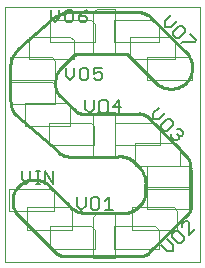
<source format=gto>
G75*
%MOIN*%
%OFA0B0*%
%FSLAX24Y24*%
%IPPOS*%
%LPD*%
%AMOC8*
5,1,8,0,0,1.08239X$1,22.5*
%
%ADD10C,0.0000*%
%ADD11C,0.0100*%
%ADD12C,0.0040*%
%ADD13C,0.0080*%
D10*
X002392Y002517D02*
X002392Y011017D01*
X008892Y011017D01*
X008892Y002517D01*
X002392Y002517D01*
D11*
X002767Y004142D02*
X004075Y002834D01*
X004387Y002704D02*
X006896Y002704D01*
X007209Y002834D02*
X008521Y004146D01*
X008579Y004286D02*
X008579Y005637D01*
X008399Y006072D02*
X007115Y007356D01*
X006877Y007454D02*
X004939Y007454D01*
X004752Y007532D02*
X004173Y008111D01*
X004079Y008336D02*
X004079Y008578D01*
X004212Y008900D02*
X004701Y009388D01*
X004860Y009454D02*
X006344Y009454D01*
X006532Y009377D02*
X007392Y008517D01*
X007428Y008479D01*
X007467Y008444D01*
X007509Y008412D01*
X007552Y008383D01*
X007598Y008358D01*
X007645Y008336D01*
X007694Y008317D01*
X007744Y008302D01*
X007795Y008291D01*
X007847Y008283D01*
X007899Y008279D01*
X007951Y008280D01*
X008004Y008283D01*
X008055Y008291D01*
X008106Y008303D01*
X008156Y008318D01*
X008205Y008337D01*
X008252Y008359D01*
X008298Y008385D01*
X008341Y008414D01*
X008383Y008446D01*
X008422Y008481D01*
X008458Y008519D01*
X008491Y008559D01*
X008521Y008602D01*
X008548Y008646D01*
X008572Y008693D01*
X008592Y008741D01*
X008609Y008791D01*
X008622Y008841D01*
X008631Y008893D01*
X008636Y008945D01*
X008638Y008997D01*
X008636Y009049D01*
X008630Y009101D01*
X008620Y009153D01*
X008606Y009203D01*
X008589Y009253D01*
X008568Y009301D01*
X008544Y009347D01*
X008517Y009391D01*
X008517Y009392D02*
X007245Y010663D01*
X006845Y010829D02*
X004542Y010829D01*
X003965Y010590D02*
X002878Y009628D01*
X002579Y009084D02*
X002579Y007880D01*
X002767Y007392D02*
X004149Y006196D01*
X004517Y006017D02*
X006142Y006017D01*
X006642Y005892D02*
X006892Y005642D01*
X007079Y005072D02*
X007079Y004880D01*
X007080Y004880D02*
X007079Y004831D01*
X007075Y004783D01*
X007068Y004734D01*
X007057Y004687D01*
X007043Y004640D01*
X007025Y004594D01*
X007005Y004550D01*
X006981Y004507D01*
X006954Y004467D01*
X006925Y004428D01*
X006892Y004391D01*
X006392Y004142D02*
X005017Y004142D01*
X004517Y004392D02*
X003892Y005017D01*
X003892Y005016D02*
X003856Y005054D01*
X003817Y005089D01*
X003775Y005121D01*
X003732Y005150D01*
X003686Y005175D01*
X003639Y005197D01*
X003590Y005216D01*
X003540Y005231D01*
X003489Y005242D01*
X003437Y005250D01*
X003385Y005254D01*
X003333Y005253D01*
X003280Y005250D01*
X003229Y005242D01*
X003178Y005230D01*
X003128Y005215D01*
X003079Y005196D01*
X003032Y005174D01*
X002986Y005148D01*
X002943Y005119D01*
X002901Y005087D01*
X002862Y005052D01*
X002826Y005014D01*
X002793Y004974D01*
X002763Y004931D01*
X002736Y004887D01*
X002712Y004840D01*
X002692Y004792D01*
X002675Y004742D01*
X002662Y004692D01*
X002653Y004640D01*
X002648Y004588D01*
X002646Y004536D01*
X002648Y004484D01*
X002654Y004432D01*
X002664Y004380D01*
X002678Y004330D01*
X002695Y004280D01*
X002716Y004232D01*
X002740Y004186D01*
X002767Y004142D01*
X004074Y002833D02*
X004103Y002807D01*
X004133Y002784D01*
X004166Y002763D01*
X004200Y002745D01*
X004236Y002731D01*
X004273Y002719D01*
X004310Y002711D01*
X004348Y002706D01*
X004387Y002704D01*
X005016Y004142D02*
X004964Y004147D01*
X004913Y004157D01*
X004863Y004169D01*
X004813Y004186D01*
X004765Y004206D01*
X004718Y004229D01*
X004674Y004256D01*
X004631Y004285D01*
X004590Y004318D01*
X004552Y004354D01*
X004517Y004392D01*
X007079Y005073D02*
X007081Y005128D01*
X007079Y005184D01*
X007073Y005240D01*
X007064Y005295D01*
X007050Y005349D01*
X007033Y005402D01*
X007011Y005454D01*
X006986Y005504D01*
X006958Y005552D01*
X006926Y005598D01*
X006891Y005642D01*
X006642Y005892D02*
X006602Y005919D01*
X006561Y005943D01*
X006518Y005965D01*
X006473Y005983D01*
X006427Y005998D01*
X006381Y006009D01*
X006333Y006018D01*
X006286Y006023D01*
X006238Y006024D01*
X006190Y006022D01*
X006142Y006017D01*
X006877Y007455D02*
X006910Y007453D01*
X006943Y007449D01*
X006975Y007440D01*
X007006Y007429D01*
X007036Y007415D01*
X007064Y007398D01*
X007091Y007379D01*
X007115Y007356D01*
X008400Y006073D02*
X008432Y006037D01*
X008462Y005999D01*
X008489Y005959D01*
X008513Y005917D01*
X008533Y005873D01*
X008550Y005827D01*
X008563Y005781D01*
X008572Y005733D01*
X008578Y005685D01*
X008580Y005637D01*
X008580Y004286D02*
X008578Y004260D01*
X008573Y004235D01*
X008565Y004210D01*
X008553Y004187D01*
X008539Y004165D01*
X008522Y004146D01*
X007209Y002833D02*
X007180Y002807D01*
X007150Y002784D01*
X007117Y002763D01*
X007083Y002745D01*
X007047Y002731D01*
X007010Y002719D01*
X006973Y002711D01*
X006935Y002706D01*
X006896Y002704D01*
X006392Y004141D02*
X006440Y004144D01*
X006487Y004151D01*
X006535Y004161D01*
X006581Y004174D01*
X006626Y004191D01*
X006670Y004211D01*
X006712Y004234D01*
X006752Y004260D01*
X006791Y004289D01*
X006827Y004321D01*
X006861Y004355D01*
X006892Y004391D01*
X004517Y006017D02*
X004475Y006021D01*
X004434Y006029D01*
X004393Y006040D01*
X004354Y006053D01*
X004315Y006070D01*
X004278Y006090D01*
X004243Y006113D01*
X004210Y006138D01*
X004179Y006166D01*
X004150Y006197D01*
X004752Y007532D02*
X004774Y007512D01*
X004798Y007495D01*
X004824Y007480D01*
X004851Y007469D01*
X004880Y007461D01*
X004909Y007456D01*
X004939Y007454D01*
X004172Y008110D02*
X004151Y008134D01*
X004133Y008159D01*
X004117Y008186D01*
X004103Y008214D01*
X004093Y008243D01*
X004085Y008274D01*
X004081Y008305D01*
X004079Y008336D01*
X004079Y008578D02*
X004081Y008618D01*
X004086Y008657D01*
X004095Y008696D01*
X004106Y008734D01*
X004122Y008770D01*
X004140Y008805D01*
X004161Y008839D01*
X004185Y008870D01*
X004212Y008900D01*
X004701Y009388D02*
X004723Y009408D01*
X004747Y009424D01*
X004774Y009437D01*
X004802Y009446D01*
X004831Y009452D01*
X004860Y009454D01*
X004542Y010829D02*
X004489Y010827D01*
X004436Y010822D01*
X004383Y010813D01*
X004331Y010801D01*
X004280Y010786D01*
X004230Y010767D01*
X004182Y010745D01*
X004134Y010720D01*
X004089Y010692D01*
X004046Y010661D01*
X004005Y010627D01*
X003966Y010590D01*
X002877Y009628D02*
X002837Y009593D01*
X002799Y009556D01*
X002764Y009516D01*
X002731Y009475D01*
X002701Y009431D01*
X002674Y009385D01*
X002650Y009338D01*
X002629Y009289D01*
X002612Y009239D01*
X002597Y009188D01*
X002586Y009136D01*
X002579Y009083D01*
X002579Y007880D02*
X002580Y007831D01*
X002584Y007783D01*
X002591Y007734D01*
X002602Y007687D01*
X002616Y007640D01*
X002634Y007594D01*
X002654Y007550D01*
X002678Y007507D01*
X002705Y007467D01*
X002734Y007428D01*
X002767Y007391D01*
X006344Y009454D02*
X006374Y009452D01*
X006403Y009447D01*
X006432Y009439D01*
X006459Y009428D01*
X006485Y009413D01*
X006509Y009396D01*
X006531Y009376D01*
X007245Y010663D02*
X007213Y010693D01*
X007178Y010721D01*
X007141Y010746D01*
X007102Y010767D01*
X007062Y010786D01*
X007020Y010801D01*
X006977Y010813D01*
X006934Y010822D01*
X006889Y010827D01*
X006845Y010829D01*
D12*
X007392Y010579D02*
X007517Y010454D01*
X007517Y009829D01*
X006017Y009829D01*
X006017Y010579D01*
X007392Y010579D01*
X007954Y010017D02*
X008079Y009892D01*
X008079Y009267D01*
X006579Y009267D01*
X006579Y010017D01*
X007954Y010017D01*
X008517Y009329D02*
X007142Y009329D01*
X007142Y008579D01*
X008642Y008579D01*
X008642Y009204D01*
X008517Y009329D01*
X007443Y007142D02*
X007568Y007017D01*
X007568Y006392D01*
X006068Y006392D01*
X006068Y007142D01*
X007443Y007142D01*
X008105Y006465D02*
X006730Y006465D01*
X006730Y005715D01*
X008230Y005715D01*
X008230Y006340D01*
X008105Y006465D01*
X008517Y005704D02*
X008642Y005579D01*
X008642Y004954D01*
X007142Y004954D01*
X007142Y005704D01*
X008517Y005704D01*
X008517Y005017D02*
X008642Y004892D01*
X008642Y004267D01*
X007142Y004267D01*
X007142Y005017D01*
X008517Y005017D01*
X008017Y004329D02*
X008142Y004204D01*
X008142Y003579D01*
X006642Y003579D01*
X006642Y004329D01*
X008017Y004329D01*
X007392Y003704D02*
X007517Y003579D01*
X007517Y002954D01*
X006017Y002954D01*
X006017Y003704D01*
X007392Y003704D01*
X006079Y004142D02*
X006079Y002642D01*
X005329Y002642D01*
X005329Y004017D01*
X005454Y004142D01*
X006079Y004142D01*
X005392Y003579D02*
X005267Y003704D01*
X003892Y003704D01*
X003892Y002954D01*
X005392Y002954D01*
X005392Y003579D01*
X004642Y003579D02*
X003142Y003579D01*
X003142Y004329D01*
X004517Y004329D01*
X004642Y004204D01*
X004642Y003579D01*
X004017Y004204D02*
X002517Y004204D01*
X002517Y004954D01*
X003892Y004954D01*
X004017Y004829D01*
X004017Y004204D01*
X005329Y006017D02*
X005329Y007392D01*
X005454Y007517D01*
X006079Y007517D01*
X006079Y006017D01*
X005329Y006017D01*
X005373Y006399D02*
X003873Y006399D01*
X003873Y007149D01*
X005248Y007149D01*
X005373Y007024D01*
X005373Y006399D01*
X004568Y007053D02*
X003068Y007053D01*
X003068Y007803D01*
X004443Y007803D01*
X004568Y007678D01*
X004568Y007053D01*
X004079Y007767D02*
X002579Y007767D01*
X002579Y008517D01*
X003954Y008517D01*
X004079Y008392D01*
X004079Y007767D01*
X004079Y008579D02*
X002579Y008579D01*
X002579Y009329D01*
X003954Y009329D01*
X004079Y009204D01*
X004079Y008579D01*
X004704Y009267D02*
X003204Y009267D01*
X003204Y010017D01*
X004579Y010017D01*
X004704Y009892D01*
X004704Y009267D01*
X005329Y009454D02*
X005329Y010829D01*
X005454Y010954D01*
X006079Y010954D01*
X006079Y009454D01*
X005329Y009454D01*
X005392Y009829D02*
X003892Y009829D01*
X003892Y010579D01*
X005267Y010579D01*
X005392Y010454D01*
X005392Y009829D01*
D13*
X005056Y010494D02*
X004916Y010494D01*
X004846Y010564D01*
X004846Y010704D01*
X005056Y010704D01*
X005127Y010634D01*
X005127Y010564D01*
X005056Y010494D01*
X004846Y010704D02*
X004986Y010844D01*
X005127Y010915D01*
X004666Y010844D02*
X004666Y010564D01*
X004596Y010494D01*
X004456Y010494D01*
X004386Y010564D01*
X004386Y010844D01*
X004456Y010915D01*
X004596Y010915D01*
X004666Y010844D01*
X004206Y010915D02*
X004206Y010634D01*
X004066Y010494D01*
X003925Y010634D01*
X003925Y010915D01*
X004425Y008977D02*
X004425Y008697D01*
X004566Y008557D01*
X004706Y008697D01*
X004706Y008977D01*
X004886Y008907D02*
X004886Y008627D01*
X004956Y008557D01*
X005096Y008557D01*
X005166Y008627D01*
X005166Y008907D01*
X005096Y008977D01*
X004956Y008977D01*
X004886Y008907D01*
X005346Y008977D02*
X005346Y008767D01*
X005486Y008837D01*
X005556Y008837D01*
X005627Y008767D01*
X005627Y008627D01*
X005556Y008557D01*
X005416Y008557D01*
X005346Y008627D01*
X005346Y008977D02*
X005627Y008977D01*
X005605Y007896D02*
X005535Y007826D01*
X005535Y007546D01*
X005605Y007476D01*
X005746Y007476D01*
X005816Y007546D01*
X005816Y007826D01*
X005746Y007896D01*
X005605Y007896D01*
X005355Y007896D02*
X005355Y007616D01*
X005215Y007476D01*
X005075Y007616D01*
X005075Y007896D01*
X005996Y007686D02*
X006276Y007686D01*
X006206Y007476D02*
X006206Y007896D01*
X005996Y007686D01*
X007335Y007456D02*
X007335Y007258D01*
X007533Y007258D01*
X007731Y007456D01*
X007533Y007654D02*
X007335Y007456D01*
X007611Y007081D02*
X007611Y006982D01*
X007710Y006883D01*
X007809Y006883D01*
X008007Y007081D01*
X008007Y007180D01*
X007908Y007279D01*
X007809Y007279D01*
X007611Y007081D01*
X007936Y006755D02*
X007936Y006656D01*
X008035Y006557D01*
X008134Y006557D01*
X008184Y006607D01*
X008184Y006706D01*
X008134Y006755D01*
X008184Y006706D02*
X008283Y006706D01*
X008332Y006755D01*
X008332Y006854D01*
X008233Y006954D01*
X008134Y006954D01*
X005861Y004665D02*
X005861Y004244D01*
X005721Y004244D02*
X006002Y004244D01*
X005721Y004524D02*
X005861Y004665D01*
X005541Y004594D02*
X005541Y004314D01*
X005471Y004244D01*
X005331Y004244D01*
X005261Y004314D01*
X005261Y004594D01*
X005331Y004665D01*
X005471Y004665D01*
X005541Y004594D01*
X005081Y004665D02*
X005081Y004384D01*
X004941Y004244D01*
X004800Y004384D01*
X004800Y004665D01*
X004002Y005119D02*
X004002Y005540D01*
X003721Y005540D02*
X003721Y005119D01*
X003554Y005119D02*
X003414Y005119D01*
X003484Y005119D02*
X003484Y005540D01*
X003414Y005540D02*
X003554Y005540D01*
X003721Y005540D02*
X004002Y005119D01*
X003234Y005259D02*
X003234Y005540D01*
X003234Y005259D02*
X003094Y005119D01*
X002954Y005259D01*
X002954Y005540D01*
X007585Y003066D02*
X007783Y002868D01*
X007981Y002868D01*
X007981Y003066D01*
X007783Y003264D01*
X007960Y003342D02*
X007960Y003441D01*
X008059Y003540D01*
X008158Y003540D01*
X008356Y003342D01*
X008356Y003243D01*
X008257Y003144D01*
X008158Y003144D01*
X007960Y003342D01*
X008286Y003668D02*
X008286Y003767D01*
X008385Y003866D01*
X008484Y003866D01*
X008533Y003816D01*
X008533Y003420D01*
X008731Y003618D01*
X008269Y009801D02*
X008319Y009851D01*
X008715Y009851D01*
X008765Y009900D01*
X008566Y010098D01*
X008389Y010176D02*
X008389Y010275D01*
X008290Y010374D01*
X008191Y010374D01*
X007993Y010176D01*
X007993Y010077D01*
X008092Y009978D01*
X008191Y009978D01*
X008389Y010176D01*
X008113Y010551D02*
X007915Y010353D01*
X007717Y010353D01*
X007717Y010551D01*
X007915Y010749D01*
M02*

</source>
